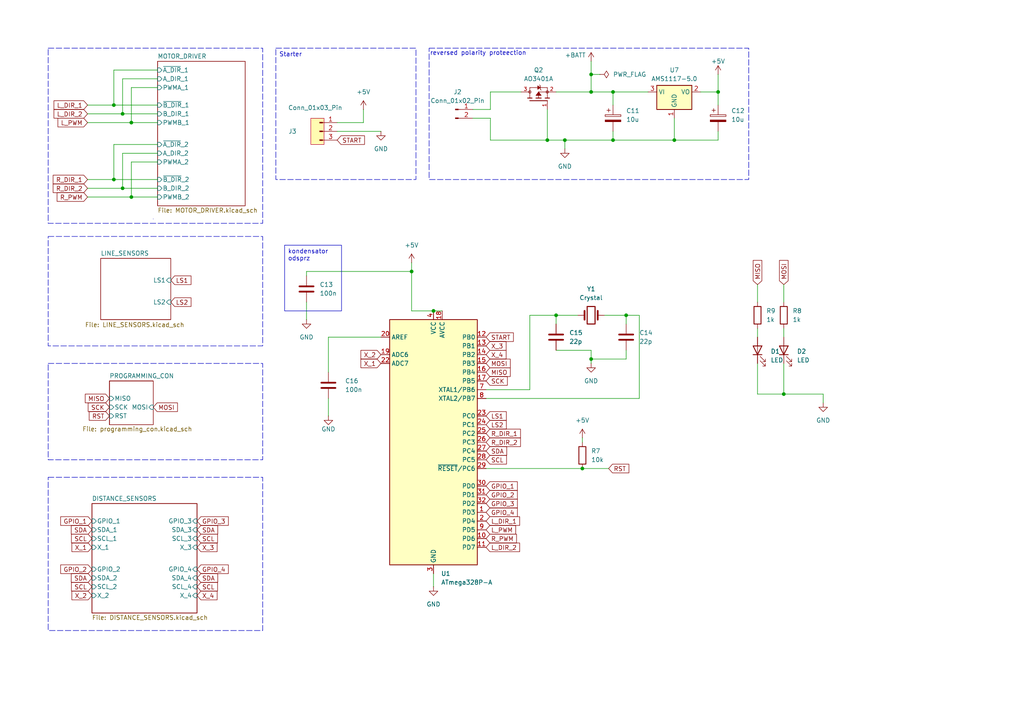
<source format=kicad_sch>
(kicad_sch (version 20231120) (generator "eeschema") (generator_version "8.0")
  (paper "A4")
  (lib_symbols
    (symbol "AO3401A:AO3401A" (pin_names (offset 1.016))
      (property "Reference" "Q" (at -13.97 -1.27 0))
      (property "Value" "AO3401A" (at -13.97 -3.81 0))
      (symbol "AO3401A_0_0"
        (circle (center 0 -2.54) (radius 0.3592))
        (polyline (pts (xy -2.54 -2.54) (xy -2.54 2.54)) (stroke (width 0.254)))
        (polyline (pts (xy -1.778 -3.175) (xy -1.778 -2.54)) (stroke (width 0.254)))
        (polyline (pts (xy -1.778 -2.54) (xy -1.778 -1.905)) (stroke (width 0.254)))
        (polyline (pts (xy -1.778 -2.54) (xy 1.27 -2.54)) (stroke (width 0.1524)))
        (polyline (pts (xy -1.778 -0.762) (xy -1.778 0)) (stroke (width 0.254)))
        (polyline (pts (xy -1.778 0) (xy -1.778 0.762)) (stroke (width 0.254)))
        (polyline (pts (xy -1.778 0) (xy 0 0)) (stroke (width 0.1524)))
        (polyline (pts (xy -1.778 1.905) (xy -1.778 2.54)) (stroke (width 0.254)))
        (polyline (pts (xy -1.778 2.54) (xy -1.778 3.175)) (stroke (width 0.254)))
        (polyline (pts (xy 0 0) (xy 0 2.54)) (stroke (width 0.1524)))
        (polyline (pts (xy 0 2.54) (xy -1.778 2.54)) (stroke (width 0.1524)))
        (polyline (pts (xy 0 2.54) (xy 1.27 2.54)) (stroke (width 0.1524)))
        (polyline (pts (xy 0.508 0.762) (xy 0.762 0.508)) (stroke (width 0.1524)))
        (polyline (pts (xy 0.762 0.508) (xy 1.27 0.508)) (stroke (width 0.1524)))
        (polyline (pts (xy 1.27 -2.54) (xy 1.27 0.508)) (stroke (width 0.1524)))
        (polyline (pts (xy 1.27 0.508) (xy 1.27 2.54)) (stroke (width 0.1524)))
        (polyline (pts (xy 1.27 0.508) (xy 1.778 0.508)) (stroke (width 0.1524)))
        (polyline (pts (xy 1.778 0.508) (xy 2.032 0.254)) (stroke (width 0.1524)))
        (polyline (pts (xy 0 0) (xy -1.016 0.762) (xy -1.016 -0.762) (xy 0 0)) (stroke (width 0.1524)) (fill (type outline)))
        (polyline (pts (xy 1.27 0.508) (xy 1.778 -0.254) (xy 0.762 -0.254) (xy 1.27 0.508)) (stroke (width 0.1524)) (fill (type outline)))
        (circle (center 0 2.54) (radius 0.3592))
        (pin passive line (at -5.08 2.54 0) (length 2.54) (name "~") (number "1"))
        (pin passive line (at 0 5.08 270) (length 2.54) (name "~") (number "2"))
        (pin passive line (at 0 -5.08 90) (length 2.54) (name "~") (number "3"))
      )
    )
    (symbol "Connector:Conn_01x02_Pin" (pin_names (offset 1.016) hide)
      (property "Reference" "J" (at 0 2.54 0))
      (property "Value" "Conn_01x02_Pin" (at 0 -5.08 0))
      (symbol "Conn_01x02_Pin_1_1"
        (polyline (pts (xy 1.27 -2.54) (xy 0.8636 -2.54)) (stroke (width 0.1524)))
        (polyline (pts (xy 1.27 0) (xy 0.8636 0)) (stroke (width 0.1524)))
        (rectangle (start 0.8636 -2.413) (end 0 -2.667) (stroke (width 0.1524)) (fill (type outline)))
        (rectangle (start 0.8636 0.127) (end 0 -0.127) (stroke (width 0.1524)) (fill (type outline)))
        (pin passive line (at 5.08 0 180) (length 3.81) (name "Pin_1") (number "1"))
        (pin passive line (at 5.08 -2.54 180) (length 3.81) (name "Pin_2") (number "2"))
      )
    )
    (symbol "Connector:Conn_01x03_Pin" (pin_names (offset 1.016) hide)
      (property "Reference" "J" (at 0 5.08 0))
      (property "Value" "Conn_01x03_Pin" (at 0 -5.08 0))
      (symbol "Conn_01x03_Pin_1_1"
        (polyline (pts (xy 1.27 -2.54) (xy 0.8636 -2.54)) (stroke (width 0.1524)))
        (polyline (pts (xy 1.27 0) (xy 0.8636 0)) (stroke (width 0.1524)))
        (polyline (pts (xy 1.27 2.54) (xy 0.8636 2.54)) (stroke (width 0.1524)))
        (rectangle (start 0.8636 -2.413) (end 0 -2.667) (stroke (width 0.1524)) (fill (type outline)))
        (rectangle (start 0.8636 0.127) (end 0 -0.127) (stroke (width 0.1524)) (fill (type outline)))
        (rectangle (start 0.8636 2.667) (end 0 2.413) (stroke (width 0.1524)) (fill (type outline)))
        (pin passive line (at 5.08 2.54 180) (length 3.81) (name "Pin_1") (number "1"))
        (pin passive line (at 5.08 0 180) (length 3.81) (name "Pin_2") (number "2"))
        (pin passive line (at 5.08 -2.54 180) (length 3.81) (name "Pin_3") (number "3"))
      )
    )
    (symbol "Device:C" (pin_numbers hide) (pin_names (offset 0.254))
      (property "Reference" "C" (at 0.635 2.54 0))
      (property "Value" "C" (at 0.635 -2.54 0))
      (symbol "C_0_1"
        (polyline (pts (xy -2.032 -0.762) (xy 2.032 -0.762)) (stroke (width 0.508)))
        (polyline (pts (xy -2.032 0.762) (xy 2.032 0.762)) (stroke (width 0.508)))
      )
      (symbol "C_1_1"
        (pin passive line (at 0 3.81 270) (length 2.794) (name "~") (number "1"))
        (pin passive line (at 0 -3.81 90) (length 2.794) (name "~") (number "2"))
      )
    )
    (symbol "Device:C_Polarized" (pin_numbers hide) (pin_names (offset 0.254))
      (property "Reference" "C" (at 0.635 2.54 0))
      (property "Value" "C_Polarized" (at 0.635 -2.54 0))
      (symbol "C_Polarized_0_1"
        (rectangle (start -2.286 0.508) (end 2.286 1.016))
        (polyline (pts (xy -1.778 2.286) (xy -0.762 2.286)))
        (polyline (pts (xy -1.27 2.794) (xy -1.27 1.778)))
        (rectangle (start 2.286 -0.508) (end -2.286 -1.016) (fill (type outline)))
      )
      (symbol "C_Polarized_1_1"
        (pin passive line (at 0 3.81 270) (length 2.794) (name "~") (number "1"))
        (pin passive line (at 0 -3.81 90) (length 2.794) (name "~") (number "2"))
      )
    )
    (symbol "Device:Crystal" (pin_numbers hide) (pin_names (offset 1.016) hide)
      (property "Reference" "Y" (at 0 3.81 0))
      (property "Value" "Crystal" (at 0 -3.81 0))
      (symbol "Crystal_0_1"
        (rectangle (start -1.143 2.54) (end 1.143 -2.54) (stroke (width 0.3048)))
        (polyline (pts (xy -2.54 0) (xy -1.905 0)))
        (polyline (pts (xy -1.905 -1.27) (xy -1.905 1.27)) (stroke (width 0.508)))
        (polyline (pts (xy 1.905 -1.27) (xy 1.905 1.27)) (stroke (width 0.508)))
        (polyline (pts (xy 2.54 0) (xy 1.905 0)))
      )
      (symbol "Crystal_1_1"
        (pin passive line (at -3.81 0 0) (length 1.27) (name "1") (number "1"))
        (pin passive line (at 3.81 0 180) (length 1.27) (name "2") (number "2"))
      )
    )
    (symbol "Device:LED" (pin_numbers hide) (pin_names (offset 1.016) hide)
      (property "Reference" "D" (at 0 2.54 0))
      (property "Value" "LED" (at 0 -2.54 0))
      (symbol "LED_0_1"
        (polyline (pts (xy -1.27 -1.27) (xy -1.27 1.27)) (stroke (width 0.254)))
        (polyline (pts (xy -1.27 0) (xy 1.27 0)))
        (polyline (pts (xy 1.27 -1.27) (xy 1.27 1.27) (xy -1.27 0) (xy 1.27 -1.27)) (stroke (width 0.254)))
        (polyline (pts (xy -3.048 -0.762) (xy -4.572 -2.286) (xy -3.81 -2.286) (xy -4.572 -2.286) (xy -4.572 -1.524)))
        (polyline (pts (xy -1.778 -0.762) (xy -3.302 -2.286) (xy -2.54 -2.286) (xy -3.302 -2.286) (xy -3.302 -1.524)))
      )
      (symbol "LED_1_1"
        (pin passive line (at -3.81 0 0) (length 2.54) (name "K") (number "1"))
        (pin passive line (at 3.81 0 180) (length 2.54) (name "A") (number "2"))
      )
    )
    (symbol "Device:R" (pin_numbers hide) (pin_names (offset 0))
      (property "Reference" "R" (at 2.032 0 90))
      (property "Value" "R" (at 0 0 90))
      (symbol "R_0_1"
        (rectangle (start -1.016 -2.54) (end 1.016 2.54) (stroke (width 0.254)))
      )
      (symbol "R_1_1"
        (pin passive line (at 0 3.81 270) (length 1.27) (name "~") (number "1"))
        (pin passive line (at 0 -3.81 90) (length 1.27) (name "~") (number "2"))
      )
    )
    (symbol "MCU_Microchip_ATmega:ATmega328P-A"
      (property "Reference" "U" (at -12.7 36.83 0))
      (property "Value" "ATmega328P-A" (at 2.54 -36.83 0))
      (symbol "ATmega328P-A_0_1"
        (rectangle (start -12.7 -35.56) (end 12.7 35.56) (stroke (width 0.254)) (fill (type background)))
      )
      (symbol "ATmega328P-A_1_1"
        (pin bidirectional line (at 15.24 -20.32 180) (length 2.54) (name "PD3") (number "1"))
        (pin bidirectional line (at 15.24 -27.94 180) (length 2.54) (name "PD6") (number "10"))
        (pin bidirectional line (at 15.24 -30.48 180) (length 2.54) (name "PD7") (number "11"))
        (pin bidirectional line (at 15.24 30.48 180) (length 2.54) (name "PB0") (number "12"))
        (pin bidirectional line (at 15.24 27.94 180) (length 2.54) (name "PB1") (number "13"))
        (pin bidirectional line (at 15.24 25.4 180) (length 2.54) (name "PB2") (number "14"))
        (pin bidirectional line (at 15.24 22.86 180) (length 2.54) (name "PB3") (number "15"))
        (pin bidirectional line (at 15.24 20.32 180) (length 2.54) (name "PB4") (number "16"))
        (pin bidirectional line (at 15.24 17.78 180) (length 2.54) (name "PB5") (number "17"))
        (pin power_in line (at 2.54 38.1 270) (length 2.54) (name "AVCC") (number "18"))
        (pin input line (at -15.24 25.4 0) (length 2.54) (name "ADC6") (number "19"))
        (pin bidirectional line (at 15.24 -22.86 180) (length 2.54) (name "PD4") (number "2"))
        (pin passive line (at -15.24 30.48 0) (length 2.54) (name "AREF") (number "20"))
        (pin passive line (at 0 -38.1 90) (length 2.54) hide (name "GND") (number "21"))
        (pin input line (at -15.24 22.86 0) (length 2.54) (name "ADC7") (number "22"))
        (pin bidirectional line (at 15.24 7.62 180) (length 2.54) (name "PC0") (number "23"))
        (pin bidirectional line (at 15.24 5.08 180) (length 2.54) (name "PC1") (number "24"))
        (pin bidirectional line (at 15.24 2.54 180) (length 2.54) (name "PC2") (number "25"))
        (pin bidirectional line (at 15.24 0 180) (length 2.54) (name "PC3") (number "26"))
        (pin bidirectional line (at 15.24 -2.54 180) (length 2.54) (name "PC4") (number "27"))
        (pin bidirectional line (at 15.24 -5.08 180) (length 2.54) (name "PC5") (number "28"))
        (pin bidirectional line (at 15.24 -7.62 180) (length 2.54) (name "~{RESET}/PC6") (number "29"))
        (pin power_in line (at 0 -38.1 90) (length 2.54) (name "GND") (number "3"))
        (pin bidirectional line (at 15.24 -12.7 180) (length 2.54) (name "PD0") (number "30"))
        (pin bidirectional line (at 15.24 -15.24 180) (length 2.54) (name "PD1") (number "31"))
        (pin bidirectional line (at 15.24 -17.78 180) (length 2.54) (name "PD2") (number "32"))
        (pin power_in line (at 0 38.1 270) (length 2.54) (name "VCC") (number "4"))
        (pin passive line (at 0 -38.1 90) (length 2.54) hide (name "GND") (number "5"))
        (pin passive line (at 0 38.1 270) (length 2.54) hide (name "VCC") (number "6"))
        (pin bidirectional line (at 15.24 15.24 180) (length 2.54) (name "XTAL1/PB6") (number "7"))
        (pin bidirectional line (at 15.24 12.7 180) (length 2.54) (name "XTAL2/PB7") (number "8"))
        (pin bidirectional line (at 15.24 -25.4 180) (length 2.54) (name "PD5") (number "9"))
      )
    )
    (symbol "Regulator_Linear:AMS1117-5.0"
      (property "Reference" "U" (at -3.81 3.175 0))
      (property "Value" "AMS1117-5.0" (at 0 3.175 0))
      (symbol "AMS1117-5.0_0_1"
        (rectangle (start -5.08 -5.08) (end 5.08 1.905) (stroke (width 0.254)) (fill (type background)))
      )
      (symbol "AMS1117-5.0_1_1"
        (pin power_in line (at 0 -7.62 90) (length 2.54) (name "GND") (number "1"))
        (pin power_out line (at 7.62 0 180) (length 2.54) (name "VO") (number "2"))
        (pin power_in line (at -7.62 0 0) (length 2.54) (name "VI") (number "3"))
      )
    )
    (symbol "power:+5V" (power) (pin_numbers hide) (pin_names (offset 0) hide)
      (property "Value" "+5V" (at 0 3.556 0))
      (symbol "+5V_0_1"
        (polyline (pts (xy -0.762 1.27) (xy 0 2.54)))
        (polyline (pts (xy 0 0) (xy 0 2.54)))
        (polyline (pts (xy 0 2.54) (xy 0.762 1.27)))
      )
      (symbol "+5V_1_1"
        (pin power_in line (at 0 0 90) (length 0) (name "~") (number "1"))
      )
    )
    (symbol "power:+BATT" (power) (pin_numbers hide) (pin_names (offset 0) hide)
      (property "Value" "+BATT" (at 0 3.556 0))
      (symbol "+BATT_0_1"
        (polyline (pts (xy -0.762 1.27) (xy 0 2.54)))
        (polyline (pts (xy 0 0) (xy 0 2.54)))
        (polyline (pts (xy 0 2.54) (xy 0.762 1.27)))
      )
      (symbol "+BATT_1_1"
        (pin power_in line (at 0 0 90) (length 0) (name "~") (number "1"))
      )
    )
    (symbol "power:GND" (power) (pin_numbers hide) (pin_names (offset 0) hide)
      (property "Value" "GND" (at 0 -3.81 0))
      (symbol "GND_0_1"
        (polyline (pts (xy 0 0) (xy 0 -1.27) (xy 1.27 -1.27) (xy 0 -2.54) (xy -1.27 -1.27) (xy 0 -1.27)))
      )
      (symbol "GND_1_1"
        (pin power_in line (at 0 0 270) (length 0) (name "~") (number "1"))
      )
    )
    (symbol "power:PWR_FLAG" (power) (pin_numbers hide) (pin_names (offset 0) hide)
      (property "Value" "PWR_FLAG" (at 0 3.81 0))
      (symbol "PWR_FLAG_0_0"
        (pin power_out line (at 0 0 90) (length 0) (name "~") (number "1"))
      )
      (symbol "PWR_FLAG_0_1"
        (polyline (pts (xy 0 0) (xy 0 1.27) (xy -1.016 1.905) (xy 0 2.54) (xy 1.016 1.905) (xy 0 1.27)))
      )
    )
  )
  (junction (at 168.91 135.89))
  (junction (at 195.58 40.64))
  (junction (at 38.1 57.15))
  (junction (at 161.29 91.44))
  (junction (at 38.1 35.56))
  (junction (at 158.75 40.64))
  (junction (at 119.38 78.74))
  (junction (at 227.33 114.3))
  (junction (at 181.61 91.44))
  (junction (at 125.73 90.17))
  (junction (at 35.56 54.61))
  (junction (at 35.56 33.02))
  (junction (at 171.45 21.59))
  (junction (at 177.8 40.64))
  (junction (at 33.02 52.07))
  (junction (at 177.8 26.67))
  (junction (at 33.02 30.48))
  (junction (at 208.28 26.67))
  (junction (at 171.45 104.14))
  (junction (at 163.83 40.64))
  (junction (at 171.45 26.67))
  (wire (pts (xy 140.97 113.03) (xy 153.67 113.03)))
  (wire (pts (xy 181.61 101.6) (xy 181.61 104.14)))
  (wire (pts (xy 25.4 54.61) (xy 35.56 54.61)))
  (wire (pts (xy 219.71 114.3) (xy 227.33 114.3)))
  (wire (pts (xy 45.72 46.99) (xy 38.1 46.99)))
  (wire (pts (xy 181.61 91.44) (xy 181.61 93.98)))
  (wire (pts (xy 208.28 40.64) (xy 195.58 40.64)))
  (wire (pts (xy 142.24 40.64) (xy 158.75 40.64)))
  (wire (pts (xy 208.28 26.67) (xy 208.28 30.48)))
  (wire (pts (xy 142.24 26.67) (xy 151.13 26.67)))
  (wire (pts (xy 33.02 41.91) (xy 33.02 52.07)))
  (wire (pts (xy 95.25 97.79) (xy 95.25 107.95)))
  (wire (pts (xy 158.75 40.64) (xy 163.83 40.64)))
  (wire (pts (xy 35.56 33.02) (xy 45.72 33.02)))
  (wire (pts (xy 238.76 116.84) (xy 238.76 114.3)))
  (wire (pts (xy 35.56 54.61) (xy 45.72 54.61)))
  (wire (pts (xy 105.41 35.56) (xy 105.41 31.75)))
  (wire (pts (xy 45.72 41.91) (xy 33.02 41.91)))
  (wire (pts (xy 185.42 91.44) (xy 181.61 91.44)))
  (wire (pts (xy 177.8 26.67) (xy 171.45 26.67)))
  (wire (pts (xy 38.1 35.56) (xy 45.72 35.56)))
  (wire (pts (xy 219.71 95.25) (xy 219.71 97.79)))
  (wire (pts (xy 185.42 91.44) (xy 185.42 115.57)))
  (wire (pts (xy 171.45 21.59) (xy 171.45 17.78)))
  (wire (pts (xy 219.71 82.55) (xy 219.71 87.63)))
  (wire (pts (xy 137.16 31.75) (xy 142.24 31.75)))
  (wire (pts (xy 45.72 25.4) (xy 38.1 25.4)))
  (wire (pts (xy 38.1 25.4) (xy 38.1 35.56)))
  (wire (pts (xy 171.45 104.14) (xy 171.45 105.41)))
  (wire (pts (xy 140.97 135.89) (xy 168.91 135.89)))
  (wire (pts (xy 140.97 115.57) (xy 185.42 115.57)))
  (wire (pts (xy 208.28 38.1) (xy 208.28 40.64)))
  (wire (pts (xy 142.24 34.29) (xy 142.24 40.64)))
  (wire (pts (xy 171.45 26.67) (xy 171.45 21.59)))
  (wire (pts (xy 88.9 78.74) (xy 119.38 78.74)))
  (wire (pts (xy 33.02 52.07) (xy 45.72 52.07)))
  (wire (pts (xy 88.9 87.63) (xy 88.9 92.71)))
  (wire (pts (xy 45.72 20.32) (xy 33.02 20.32)))
  (wire (pts (xy 25.4 35.56) (xy 38.1 35.56)))
  (wire (pts (xy 119.38 76.2) (xy 119.38 78.74)))
  (wire (pts (xy 153.67 91.44) (xy 161.29 91.44)))
  (wire (pts (xy 153.67 91.44) (xy 153.67 113.03)))
  (wire (pts (xy 137.16 34.29) (xy 142.24 34.29)))
  (wire (pts (xy 171.45 21.59) (xy 173.99 21.59)))
  (wire (pts (xy 171.45 101.6) (xy 171.45 104.14)))
  (wire (pts (xy 227.33 95.25) (xy 227.33 97.79)))
  (wire (pts (xy 95.25 97.79) (xy 110.49 97.79)))
  (wire (pts (xy 175.26 91.44) (xy 181.61 91.44)))
  (wire (pts (xy 33.02 20.32) (xy 33.02 30.48)))
  (wire (pts (xy 158.75 31.75) (xy 158.75 40.64)))
  (wire (pts (xy 195.58 34.29) (xy 195.58 40.64)))
  (wire (pts (xy 168.91 135.89) (xy 176.53 135.89)))
  (wire (pts (xy 38.1 46.99) (xy 38.1 57.15)))
  (wire (pts (xy 119.38 90.17) (xy 119.38 78.74)))
  (wire (pts (xy 25.4 30.48) (xy 33.02 30.48)))
  (wire (pts (xy 219.71 105.41) (xy 219.71 114.3)))
  (wire (pts (xy 38.1 57.15) (xy 45.72 57.15)))
  (wire (pts (xy 142.24 31.75) (xy 142.24 26.67)))
  (wire (pts (xy 33.02 30.48) (xy 45.72 30.48)))
  (wire (pts (xy 88.9 78.74) (xy 88.9 80.01)))
  (wire (pts (xy 25.4 52.07) (xy 33.02 52.07)))
  (wire (pts (xy 227.33 105.41) (xy 227.33 114.3)))
  (wire (pts (xy 177.8 26.67) (xy 177.8 30.48)))
  (wire (pts (xy 177.8 38.1) (xy 177.8 40.64)))
  (wire (pts (xy 25.4 57.15) (xy 38.1 57.15)))
  (wire (pts (xy 125.73 166.37) (xy 125.73 170.18)))
  (wire (pts (xy 203.2 26.67) (xy 208.28 26.67)))
  (wire (pts (xy 208.28 21.59) (xy 208.28 26.67)))
  (wire (pts (xy 163.83 40.64) (xy 163.83 43.18)))
  (wire (pts (xy 167.64 91.44) (xy 161.29 91.44)))
  (wire (pts (xy 45.72 22.86) (xy 35.56 22.86)))
  (wire (pts (xy 168.91 127) (xy 168.91 128.27)))
  (wire (pts (xy 125.73 90.17) (xy 119.38 90.17)))
  (wire (pts (xy 187.96 26.67) (xy 177.8 26.67)))
  (wire (pts (xy 161.29 26.67) (xy 171.45 26.67)))
  (wire (pts (xy 227.33 82.55) (xy 227.33 87.63)))
  (wire (pts (xy 161.29 101.6) (xy 171.45 101.6)))
  (wire (pts (xy 25.4 33.02) (xy 35.56 33.02)))
  (wire (pts (xy 163.83 40.64) (xy 177.8 40.64)))
  (wire (pts (xy 171.45 104.14) (xy 181.61 104.14)))
  (wire (pts (xy 95.25 115.57) (xy 95.25 120.65)))
  (wire (pts (xy 97.79 38.1) (xy 110.49 38.1)))
  (wire (pts (xy 161.29 91.44) (xy 161.29 93.98)))
  (wire (pts (xy 125.73 90.17) (xy 128.27 90.17)))
  (wire (pts (xy 45.72 44.45) (xy 35.56 44.45)))
  (wire (pts (xy 97.79 35.56) (xy 105.41 35.56)))
  (wire (pts (xy 227.33 114.3) (xy 238.76 114.3)))
  (wire (pts (xy 35.56 44.45) (xy 35.56 54.61)))
  (wire (pts (xy 35.56 22.86) (xy 35.56 33.02)))
  (wire (pts (xy 177.8 40.64) (xy 195.58 40.64)))
  (rectangle (start 13.97 68.58) (end 76.2 100.33) (stroke (width 0) (type dash)))
  (rectangle (start 13.97 105.41) (end 76.2 133.35) (stroke (width 0) (type dash)))
  (rectangle (start 124.46 13.97) (end 217.17 52.07) (stroke (width 0) (type dash)))
  (rectangle (start 13.97 13.97) (end 76.2 64.77) (stroke (width 0) (type dash)))
  (rectangle (start 44.45 63.5) (end 44.45 63.5))
  (rectangle (start 90.17 34.29) (end 93.98 41.91) (stroke (width 0) (color 183 0 48 1)) (fill (type color) (color 255 252 177 1)))
  (rectangle (start 13.97 138.43) (end 76.2 182.88) (stroke (width 0) (type dash)))
  (text_box "kondensator odsprz" (at 82.55 71.12 0) (size 16.51 19.05) (effects (font (size 1.27 1.27)) (justify left top)))
  (text_box "Starter" (at 80.01 13.97 0) (size 40.64 38.1) (stroke (width 0) (type dash)) (effects (font (size 1.27 1.27)) (justify left top)))
  (text "reversed polarity proteection" (at 138.684 15.494 0) (effects (font (size 1.27 1.27))))
  (global_label "SCL" (shape input) (at 57.15 170.18 0) (property "Intersheetrefs" "${INTERSHEET_REFS}" (effects (hide yes))))
  (global_label "LS1" (shape input) (at 49.53 81.28 0) (property "Intersheetrefs" "${INTERSHEET_REFS}" (effects (hide yes))))
  (global_label "SDA" (shape input) (at 140.97 130.81 0) (property "Intersheetrefs" "${INTERSHEET_REFS}" (effects (hide yes))))
  (global_label "L_DIR_2" (shape input) (at 140.97 158.75 0) (property "Intersheetrefs" "${INTERSHEET_REFS}" (effects (hide yes))))
  (global_label "RST" (shape input) (at 31.75 120.65 180) (property "Intersheetrefs" "${INTERSHEET_REFS}" (effects (hide yes))))
  (global_label "GPIO_4" (shape input) (at 57.15 165.1 0) (property "Intersheetrefs" "${INTERSHEET_REFS}" (effects (hide yes))))
  (global_label "SCL" (shape input) (at 57.15 156.21 0) (property "Intersheetrefs" "${INTERSHEET_REFS}" (effects (hide yes))))
  (global_label "L_DIR_1" (shape input) (at 25.4 30.48 180) (property "Intersheetrefs" "${INTERSHEET_REFS}" (effects (hide yes))))
  (global_label "L_DIR_2" (shape input) (at 25.4 33.02 180) (property "Intersheetrefs" "${INTERSHEET_REFS}" (effects (hide yes))))
  (global_label "L_PWM" (shape input) (at 140.97 153.67 0) (property "Intersheetrefs" "${INTERSHEET_REFS}" (effects (hide yes))))
  (global_label "SCL" (shape input) (at 26.67 156.21 180) (property "Intersheetrefs" "${INTERSHEET_REFS}" (effects (hide yes))))
  (global_label "X_4" (shape input) (at 140.97 102.87 0) (property "Intersheetrefs" "${INTERSHEET_REFS}" (effects (hide yes))))
  (global_label "SDA" (shape input) (at 57.15 153.67 0) (property "Intersheetrefs" "${INTERSHEET_REFS}" (effects (hide yes))))
  (global_label "R_DIR_1" (shape input) (at 25.4 52.07 180) (property "Intersheetrefs" "${INTERSHEET_REFS}" (effects (hide yes))))
  (global_label "SCL" (shape input) (at 26.67 170.18 180) (property "Intersheetrefs" "${INTERSHEET_REFS}" (effects (hide yes))))
  (global_label "MOSI" (shape input) (at 227.33 82.55 90) (property "Intersheetrefs" "${INTERSHEET_REFS}" (effects (hide yes))))
  (global_label "MOSI" (shape input) (at 44.45 118.11 0) (property "Intersheetrefs" "${INTERSHEET_REFS}" (effects (hide yes))))
  (global_label "SDA" (shape input) (at 57.15 167.64 0) (property "Intersheetrefs" "${INTERSHEET_REFS}" (effects (hide yes))))
  (global_label "SCL" (shape input) (at 140.97 133.35 0) (property "Intersheetrefs" "${INTERSHEET_REFS}" (effects (hide yes))))
  (global_label "GPIO_2" (shape input) (at 140.97 143.51 0) (property "Intersheetrefs" "${INTERSHEET_REFS}" (effects (hide yes))))
  (global_label "GPIO_3" (shape input) (at 57.15 151.13 0) (property "Intersheetrefs" "${INTERSHEET_REFS}" (effects (hide yes))))
  (global_label "X_1" (shape input) (at 110.49 105.41 180) (property "Intersheetrefs" "${INTERSHEET_REFS}" (effects (hide yes))))
  (global_label "GPIO_2" (shape input) (at 26.67 165.1 180) (property "Intersheetrefs" "${INTERSHEET_REFS}" (effects (hide yes))))
  (global_label "X_3" (shape input) (at 140.97 100.33 0) (property "Intersheetrefs" "${INTERSHEET_REFS}" (effects (hide yes))))
  (global_label "SDA" (shape input) (at 26.67 167.64 180) (property "Intersheetrefs" "${INTERSHEET_REFS}" (effects (hide yes))))
  (global_label "GPIO_4" (shape input) (at 140.97 148.59 0) (property "Intersheetrefs" "${INTERSHEET_REFS}" (effects (hide yes))))
  (global_label "GPIO_3" (shape input) (at 140.97 146.05 0) (property "Intersheetrefs" "${INTERSHEET_REFS}" (effects (hide yes))))
  (global_label "R_DIR_2" (shape input) (at 25.4 54.61 180) (property "Intersheetrefs" "${INTERSHEET_REFS}" (effects (hide yes))))
  (global_label "LS2" (shape input) (at 49.53 87.63 0) (property "Intersheetrefs" "${INTERSHEET_REFS}" (effects (hide yes))))
  (global_label "R_PWM" (shape input) (at 140.97 156.21 0) (property "Intersheetrefs" "${INTERSHEET_REFS}" (effects (hide yes))))
  (global_label "SDA" (shape input) (at 26.67 153.67 180) (property "Intersheetrefs" "${INTERSHEET_REFS}" (effects (hide yes))))
  (global_label "X_3" (shape input) (at 57.15 158.75 0) (property "Intersheetrefs" "${INTERSHEET_REFS}" (effects (hide yes))))
  (global_label "X_2" (shape input) (at 26.67 172.72 180) (property "Intersheetrefs" "${INTERSHEET_REFS}" (effects (hide yes))))
  (global_label "LS2" (shape input) (at 140.97 123.19 0) (property "Intersheetrefs" "${INTERSHEET_REFS}" (effects (hide yes))))
  (global_label "GPIO_1" (shape input) (at 26.67 151.13 180) (property "Intersheetrefs" "${INTERSHEET_REFS}" (effects (hide yes))))
  (global_label "X_1" (shape input) (at 26.67 158.75 180) (property "Intersheetrefs" "${INTERSHEET_REFS}" (effects (hide yes))))
  (global_label "START" (shape input) (at 140.97 97.79 0) (property "Intersheetrefs" "${INTERSHEET_REFS}" (effects (hide yes))))
  (global_label "X_4" (shape input) (at 57.15 172.72 0) (property "Intersheetrefs" "${INTERSHEET_REFS}" (effects (hide yes))))
  (global_label "R_PWM" (shape input) (at 25.4 57.15 180) (property "Intersheetrefs" "${INTERSHEET_REFS}" (effects (hide yes))))
  (global_label "L_DIR_1" (shape input) (at 140.97 151.13 0) (property "Intersheetrefs" "${INTERSHEET_REFS}" (effects (hide yes))))
  (global_label "MISO" (shape input) (at 219.71 82.55 90) (property "Intersheetrefs" "${INTERSHEET_REFS}" (effects (hide yes))))
  (global_label "START" (shape input) (at 97.79 40.64 0) (property "Intersheetrefs" "${INTERSHEET_REFS}" (effects (hide yes))))
  (global_label "GPIO_1" (shape input) (at 140.97 140.97 0) (property "Intersheetrefs" "${INTERSHEET_REFS}" (effects (hide yes))))
  (global_label "L_PWM" (shape input) (at 25.4 35.56 180) (property "Intersheetrefs" "${INTERSHEET_REFS}" (effects (hide yes))))
  (global_label "RST" (shape input) (at 176.53 135.89 0) (property "Intersheetrefs" "${INTERSHEET_REFS}" (effects (hide yes))))
  (global_label "MOSI" (shape input) (at 140.97 105.41 0) (property "Intersheetrefs" "${INTERSHEET_REFS}" (effects (hide yes))))
  (global_label "SCK" (shape input) (at 31.75 118.11 180) (property "Intersheetrefs" "${INTERSHEET_REFS}" (effects (hide yes))))
  (global_label "LS1" (shape input) (at 140.97 120.65 0) (property "Intersheetrefs" "${INTERSHEET_REFS}" (effects (hide yes))))
  (global_label "R_DIR_2" (shape input) (at 140.97 128.27 0) (property "Intersheetrefs" "${INTERSHEET_REFS}" (effects (hide yes))))
  (global_label "R_DIR_1" (shape input) (at 140.97 125.73 0) (property "Intersheetrefs" "${INTERSHEET_REFS}" (effects (hide yes))))
  (global_label "X_2" (shape input) (at 110.49 102.87 180) (property "Intersheetrefs" "${INTERSHEET_REFS}" (effects (hide yes))))
  (global_label "MISO" (shape input) (at 31.75 115.57 180) (property "Intersheetrefs" "${INTERSHEET_REFS}" (effects (hide yes))))
  (global_label "MISO" (shape input) (at 140.97 107.95 0) (property "Intersheetrefs" "${INTERSHEET_REFS}" (effects (hide yes))))
  (global_label "SCK" (shape input) (at 140.97 110.49 0) (property "Intersheetrefs" "${INTERSHEET_REFS}" (effects (hide yes))))
  (symbol (lib_id "Device:LED") (at 227.33 101.6 90) (unit 1)
    (property "Reference" "D2" (at 231.14 101.9174 90) (effects (justify right)))
    (property "Value" "LED" (at 231.14 104.4574 90) (effects (justify right)))
    (property "Footprint" "LED_SMD:LED_0805_2012Metric_Pad1.15x1.40mm_HandSolder" (effects (hide yes)))
    (property "Description" "Light emitting diode" (effects (hide yes)))
  )
  (symbol (lib_id "power:PWR_FLAG") (at 173.99 21.59 270) (unit 1)
    (property "Reference" "#FLG01" (effects (hide yes)))
    (property "Value" "PWR_FLAG" (at 177.8 21.5899 90) (effects (justify left)))
    (property "Description" "Special symbol for telling ERC where power comes from" (effects (hide yes)))
  )
  (symbol (lib_id "Device:R") (at 168.91 132.08 0) (unit 1)
    (property "Reference" "R7" (at 171.45 130.8099 0) (effects (justify left)))
    (property "Value" "10k" (at 171.45 133.3499 0) (effects (justify left)))
    (property "Footprint" "Resistor_SMD:R_0805_2012Metric_Pad1.20x1.40mm_HandSolder" (effects (hide yes)))
    (property "Description" "Resistor" (effects (hide yes)))
  )
  (symbol (lib_id "Device:C_Polarized") (at 177.8 34.29 0) (unit 1)
    (property "Reference" "C11" (at 181.61 32.1309 0) (effects (justify left)))
    (property "Value" "10u" (at 181.61 34.6709 0) (effects (justify left)))
    (property "Footprint" "Capacitor_Tantalum_SMD:CP_EIA-3528-21_Kemet-B_Pad1.50x2.35mm_HandSolder" (effects (hide yes)))
    (property "Description" "Polarized capacitor" (effects (hide yes)))
  )
  (symbol (lib_id "power:+5V") (at 105.41 31.75 0) (unit 1)
    (property "Reference" "#PWR048" (effects (hide yes)))
    (property "Value" "+5V" (at 105.41 26.67 0))
    (property "Description" "Power symbol creates a global label with name \"+5V\"" (effects (hide yes)))
  )
  (symbol (lib_id "power:+5V") (at 119.38 76.2 0) (unit 1)
    (property "Reference" "#PWR032" (effects (hide yes)))
    (property "Value" "+5V" (at 119.38 71.12 0))
    (property "Description" "Power symbol creates a global label with name \"+5V\"" (effects (hide yes)))
  )
  (symbol (lib_id "MCU_Microchip_ATmega:ATmega328P-A") (at 125.73 128.27 0) (unit 1)
    (property "Reference" "U1" (at 127.9241 166.37 0) (effects (justify left)))
    (property "Value" "ATmega328P-A" (at 127.9241 168.91 0) (effects (justify left)))
    (property "Footprint" "Package_QFP:TQFP-32_7x7mm_P0.8mm" (effects (hide yes)))
    (property "Datasheet" "http://ww1.microchip.com/downloads/en/DeviceDoc/ATmega328_P%20AVR%20MCU%20with%20picoPower%20Technology%20Data%20Sheet%2040001984A.pdf" (effects (hide yes)))
    (property "Description" "20MHz, 32kB Flash, 2kB SRAM, 1kB EEPROM, TQFP-32" (effects (hide yes)))
  )
  (symbol (lib_id "Device:R") (at 219.71 91.44 0) (unit 1)
    (property "Reference" "R9" (at 222.25 90.1699 0) (effects (justify left)))
    (property "Value" "1k" (at 222.25 92.7099 0) (effects (justify left)))
    (property "Footprint" "Resistor_SMD:R_0805_2012Metric_Pad1.20x1.40mm_HandSolder" (effects (hide yes)))
    (property "Description" "Resistor" (effects (hide yes)))
  )
  (symbol (lib_id "power:GND") (at 171.45 105.41 0) (unit 1)
    (property "Reference" "#PWR034" (effects (hide yes)))
    (property "Value" "GND" (at 171.45 110.49 0))
    (property "Description" "Power symbol creates a global label with name \"GND\" , ground" (effects (hide yes)))
  )
  (symbol (lib_id "AO3401A:AO3401A") (at 156.21 26.67 270) (mirror x) (unit 1)
    (property "Reference" "Q2" (at 156.21 20.32 90))
    (property "Value" "AO3401A" (at 156.21 22.86 90))
    (property "Footprint" "AO3401mosfet:SOT23-3" (effects (hide yes)))
    (property "DigiKey_Part_Number" "785-1001-2-ND" (effects (hide yes)))
    (property "SnapEDA_Link" "https://www.snapeda.com/parts/AO3401A/Alpha+%2526+Omega+Semiconductor+Inc./view-part/?ref=snap" (effects (hide yes)))
    (property "Description_1" "\nP-Channel 30 V 4A (Ta) 1.4W (Ta) Surface Mount SOT-23-3\n" (effects (hide yes)))
    (property "Package" "SOT-23 Alpha &amp; Omega Semiconductor" (effects (hide yes)))
    (property "Price" "None" (effects (hide yes)))
    (property "MF" "Alpha &" (effects (hide yes)))
    (property "MP" "AO3401A" (effects (hide yes)))
    (property "Availability" "In Stock" (effects (hide yes)))
    (property "Check_prices" "https://www.snapeda.com/parts/AO3401A/Alpha+%2526+Omega+Semiconductor+Inc./view-part/?ref=eda" (effects (hide yes)))
  )
  (symbol (lib_id "Device:C") (at 181.61 97.79 0) (unit 1)
    (property "Reference" "C14" (at 185.42 96.5199 0) (effects (justify left)))
    (property "Value" "22p" (at 185.42 99.0599 0) (effects (justify left)))
    (property "Footprint" "LED_SMD:LED_0805_2012Metric_Pad1.15x1.40mm_HandSolder" (effects (hide yes)))
    (property "Description" "Unpolarized capacitor" (effects (hide yes)))
  )
  (symbol (lib_id "power:GND") (at 110.49 38.1 0) (unit 1)
    (property "Reference" "#PWR049" (effects (hide yes)))
    (property "Value" "GND" (at 110.49 43.18 0))
    (property "Description" "Power symbol creates a global label with name \"GND\" , ground" (effects (hide yes)))
  )
  (symbol (lib_id "Connector:Conn_01x03_Pin") (at 92.71 38.1 0) (unit 1)
    (property "Reference" "J3" (at 84.836 38.1 0))
    (property "Value" "Conn_01x03_Pin" (at 91.44 31.242 0))
    (property "Footprint" "Connector_PinHeader_2.54mm:PinHeader_1x03_P2.54mm_Vertical" (effects (hide yes)))
    (property "Description" "Generic connector, single row, 01x03, script generated" (effects (hide yes)))
  )
  (symbol (lib_id "power:GND") (at 88.9 92.71 0) (unit 1)
    (property "Reference" "#PWR035" (effects (hide yes)))
    (property "Value" "GND" (at 88.9 97.79 0))
    (property "Description" "Power symbol creates a global label with name \"GND\" , ground" (effects (hide yes)))
  )
  (symbol (lib_id "Connector:Conn_01x02_Pin") (at 132.08 31.75 0) (unit 1)
    (property "Reference" "J2" (at 132.715 26.67 0))
    (property "Value" "Conn_01x02_Pin" (at 132.715 29.21 0))
    (property "Footprint" "Connector_PinHeader_2.54mm:PinHeader_1x02_P2.54mm_Vertical" (effects (hide yes)))
    (property "Description" "Generic connector, single row, 01x02, script generated" (effects (hide yes)))
  )
  (symbol (lib_id "power:GND") (at 238.76 116.84 0) (unit 1)
    (property "Reference" "#PWR037" (effects (hide yes)))
    (property "Value" "GND" (at 238.76 121.92 0))
    (property "Description" "Power symbol creates a global label with name \"GND\" , ground" (effects (hide yes)))
  )
  (symbol (lib_id "Device:C") (at 88.9 83.82 0) (unit 1)
    (property "Reference" "C13" (at 92.71 82.5499 0) (effects (justify left)))
    (property "Value" "100n" (at 92.71 85.0899 0) (effects (justify left)))
    (property "Footprint" "LED_SMD:LED_0805_2012Metric_Pad1.15x1.40mm_HandSolder" (effects (hide yes)))
    (property "Description" "Unpolarized capacitor" (effects (hide yes)))
  )
  (symbol (lib_id "power:+BATT") (at 171.45 17.78 0) (unit 1)
    (property "Reference" "#PWR026" (effects (hide yes)))
    (property "Value" "+BATT" (at 166.878 16.002 0))
    (property "Description" "Power symbol creates a global label with name \"+BATT\"" (effects (hide yes)))
  )
  (symbol (lib_id "power:GND") (at 95.25 120.65 0) (unit 1)
    (property "Reference" "#PWR036" (effects (hide yes)))
    (property "Value" "GND" (at 95.25 124.46 0))
    (property "Description" "Power symbol creates a global label with name \"GND\" , ground" (effects (hide yes)))
  )
  (symbol (lib_id "power:+5V") (at 208.28 21.59 0) (unit 1)
    (property "Reference" "#PWR039" (effects (hide yes)))
    (property "Value" "+5V" (at 208.28 17.78 0))
    (property "Description" "Power symbol creates a global label with name \"+5V\"" (effects (hide yes)))
  )
  (symbol (lib_id "Device:C") (at 95.25 111.76 0) (unit 1)
    (property "Reference" "C16" (at 100.076 110.49 0) (effects (justify left)))
    (property "Value" "100n" (at 100.076 113.03 0) (effects (justify left)))
    (property "Footprint" "LED_SMD:LED_0805_2012Metric_Pad1.15x1.40mm_HandSolder" (effects (hide yes)))
    (property "Description" "Unpolarized capacitor" (effects (hide yes)))
  )
  (symbol (lib_id "Regulator_Linear:AMS1117-5.0") (at 195.58 26.67 0) (unit 1)
    (property "Reference" "U7" (at 195.58 20.32 0))
    (property "Value" "AMS1117-5.0" (at 195.58 22.86 0))
    (property "Footprint" "Package_TO_SOT_SMD:SOT-223-3_TabPin2" (effects (hide yes)))
    (property "Datasheet" "http://www.advanced-monolithic.com/pdf/ds1117.pdf" (effects (hide yes)))
    (property "Description" "1A Low Dropout regulator, positive, 5.0V fixed output, SOT-223" (effects (hide yes)))
  )
  (symbol (lib_id "Device:Crystal") (at 171.45 91.44 0) (unit 1)
    (property "Reference" "Y1" (at 171.45 83.82 0))
    (property "Value" "Crystal" (at 171.45 86.36 0))
    (property "Footprint" "Crystal:Crystal_HC18-U_Vertical" (effects (hide yes)))
    (property "Description" "Two pin crystal" (effects (hide yes)))
  )
  (symbol (lib_id "Device:C") (at 161.29 97.79 0) (unit 1)
    (property "Reference" "C15" (at 165.1 96.5199 0) (effects (justify left)))
    (property "Value" "22p" (at 165.1 99.0599 0) (effects (justify left)))
    (property "Footprint" "LED_SMD:LED_0805_2012Metric_Pad1.15x1.40mm_HandSolder" (effects (hide yes)))
    (property "Description" "Unpolarized capacitor" (effects (hide yes)))
  )
  (symbol (lib_id "power:+5V") (at 168.91 127 0) (unit 1)
    (property "Reference" "#PWR038" (effects (hide yes)))
    (property "Value" "+5V" (at 168.91 121.92 0))
    (property "Description" "Power symbol creates a global label with name \"+5V\"" (effects (hide yes)))
  )
  (symbol (lib_id "Device:C_Polarized") (at 208.28 34.29 0) (unit 1)
    (property "Reference" "C12" (at 212.09 32.1309 0) (effects (justify left)))
    (property "Value" "10u" (at 212.09 34.6709 0) (effects (justify left)))
    (property "Footprint" "Capacitor_Tantalum_SMD:CP_EIA-3528-21_Kemet-B_Pad1.50x2.35mm_HandSolder" (effects (hide yes)))
    (property "Description" "Polarized capacitor" (effects (hide yes)))
  )
  (symbol (lib_id "power:GND") (at 125.73 170.18 0) (unit 1)
    (property "Reference" "#PWR033" (effects (hide yes)))
    (property "Value" "GND" (at 125.73 175.26 0))
    (property "Description" "Power symbol creates a global label with name \"GND\" , ground" (effects (hide yes)))
  )
  (symbol (lib_id "Device:LED") (at 219.71 101.6 90) (unit 1)
    (property "Reference" "D1" (at 223.52 101.9174 90) (effects (justify right)))
    (property "Value" "LED" (at 223.52 104.4574 90) (effects (justify right)))
    (property "Footprint" "LED_SMD:LED_0805_2012Metric_Pad1.15x1.40mm_HandSolder" (effects (hide yes)))
    (property "Description" "Light emitting diode" (effects (hide yes)))
  )
  (symbol (lib_id "power:GND") (at 163.83 43.18 0) (unit 1)
    (property "Reference" "#PWR027" (effects (hide yes)))
    (property "Value" "GND" (at 163.83 48.26 0))
    (property "Description" "Power symbol creates a global label with name \"GND\" , ground" (effects (hide yes)))
  )
  (symbol (lib_id "Device:R") (at 227.33 91.44 0) (unit 1)
    (property "Reference" "R8" (at 229.87 90.1699 0) (effects (justify left)))
    (property "Value" "1k" (at 229.87 92.7099 0) (effects (justify left)))
    (property "Footprint" "Resistor_SMD:R_0805_2012Metric_Pad1.20x1.40mm_HandSolder" (effects (hide yes)))
    (property "Description" "Resistor" (effects (hide yes)))
  )
  (sheet (at 45.72 17.78) (size 25.4 41.91) (stroke (width 0.1524))
    (property "Sheetname" "MOTOR_DRIVER" (at 45.72 17.0684 0) (effects (justify left bottom)))
    (property "Sheetfile" "MOTOR_DRIVER.kicad_sch" (at 45.72 60.2746 0) (effects (justify left top)))
    (pin "A_DIR_2" input (at 45.72 44.45 180))
    (pin "PWMA_2" input (at 45.72 46.99 180))
    (pin "~{A_DIR}_2" input (at 45.72 41.91 180))
    (pin "~{B_DIR}_2" input (at 45.72 52.07 180))
    (pin "B_DIR_2" input (at 45.72 54.61 180))
    (pin "PWMB_2" input (at 45.72 57.15 180))
    (pin "A_DIR_1" input (at 45.72 22.86 180))
    (pin "~{A_DIR}_1" input (at 45.72 20.32 180))
    (pin "PWMA_1" input (at 45.72 25.4 180))
    (pin "B_DIR_1" input (at 45.72 33.02 180))
    (pin "~{B_DIR}_1" input (at 45.72 30.48 180))
    (pin "PWMB_1" input (at 45.72 35.56 180))
  )
  (sheet (at 29.21 74.93) (size 20.32 17.78) (stroke (width 0.1524))
    (property "Sheetname" "LINE_SENSORS" (at 29.21 74.2184 0) (effects (justify left bottom)))
    (property "Sheetfile" "LINE_SENSORS.kicad_sch" (at 24.638 93.472 0) (effects (justify left top)))
    (pin "LS2" input (at 49.53 87.63 0))
    (pin "LS1" input (at 49.53 81.28 0))
  )
  (sheet (at 31.75 110.49) (size 12.7 12.7) (stroke (width 0.1524))
    (property "Sheetname" "PROGRAMMING_CON" (at 31.75 109.7784 0) (effects (justify left bottom)))
    (property "Sheetfile" "programming_con.kicad_sch" (at 23.876 123.698 0) (effects (justify left top)))
    (pin "MOSI" input (at 44.45 118.11 0))
    (pin "SCK" input (at 31.75 118.11 180))
    (pin "RST" input (at 31.75 120.65 180))
    (pin "MISO" input (at 31.75 115.57 180))
  )
  (sheet (at 26.67 146.05) (size 30.48 31.75) (stroke (width 0.1524))
    (property "Sheetname" "DISTANCE_SENSORS" (at 26.67 145.3384 0) (effects (justify left bottom)))
    (property "Sheetfile" "DISTANCE_SENSORS.kicad_sch" (at 26.67 178.3846 0) (effects (justify left top)))
    (pin "SDA_1" input (at 26.67 153.67 180))
    (pin "SCL_1" input (at 26.67 156.21 180))
    (pin "GPIO_1" input (at 26.67 151.13 180))
    (pin "X_1" input (at 26.67 158.75 180))
    (pin "X_2" input (at 26.67 172.72 180))
    (pin "SCL_2" input (at 26.67 170.18 180))
    (pin "SDA_2" input (at 26.67 167.64 180))
    (pin "GPIO_2" input (at 26.67 165.1 180))
    (pin "SCL_3" input (at 57.15 156.21 0))
    (pin "X_3" input (at 57.15 158.75 0))
    (pin "SDA_4" input (at 57.15 167.64 0))
    (pin "SCL_4" input (at 57.15 170.18 0))
    (pin "X_4" input (at 57.15 172.72 0))
    (pin "SDA_3" input (at 57.15 153.67 0))
    (pin "GPIO_3" input (at 57.15 151.13 0))
    (pin "GPIO_4" input (at 57.15 165.1 0))
  )
)
</source>
